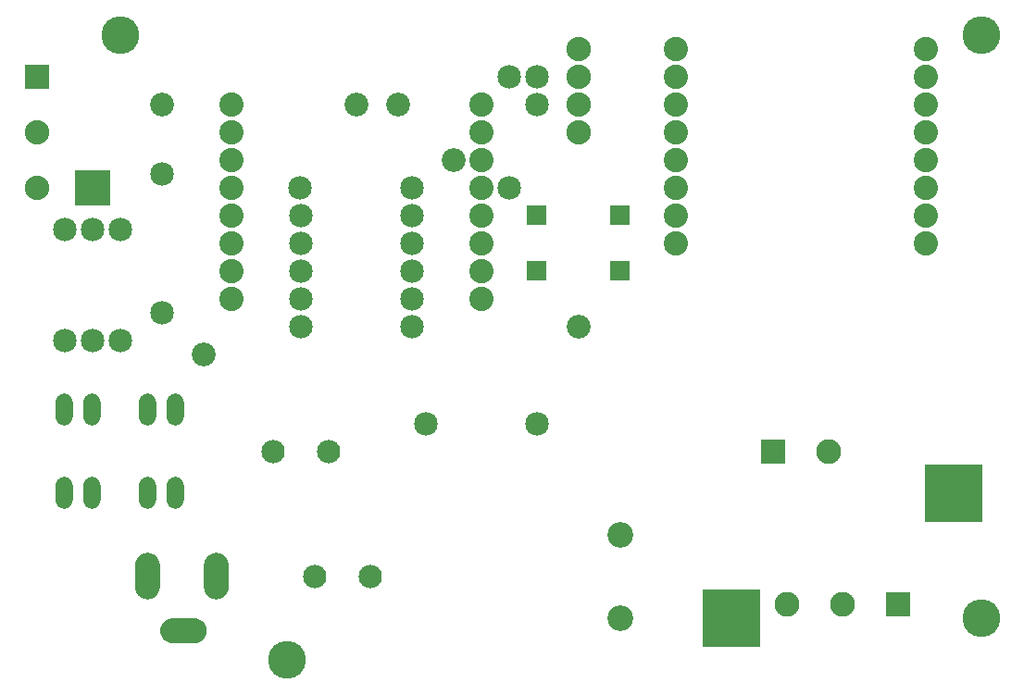
<source format=gts>
G04 MADE WITH FRITZING*
G04 WWW.FRITZING.ORG*
G04 DOUBLE SIDED*
G04 HOLES PLATED*
G04 CONTOUR ON CENTER OF CONTOUR VECTOR*
%ASAXBY*%
%FSLAX23Y23*%
%MOIN*%
%OFA0B0*%
%SFA1.0B1.0*%
%ADD10C,0.085000*%
%ADD11C,0.084803*%
%ADD12C,0.088000*%
%ADD13C,0.088740*%
%ADD14C,0.135984*%
%ADD15C,0.087778*%
%ADD16C,0.084000*%
%ADD17C,0.092000*%
%ADD18C,0.089370*%
%ADD19C,0.062000*%
%ADD20C,0.069370*%
%ADD21C,0.085433*%
%ADD22R,0.128110X0.128110*%
%ADD23R,0.206850X0.206850*%
%ADD24R,0.088000X0.088000*%
%ADD25R,0.089370X0.089370*%
%ADD26C,0.030000*%
%ADD27R,0.001000X0.001000*%
%LNMASK1*%
G90*
G70*
G54D10*
X550Y1886D03*
X550Y1386D03*
X400Y1686D03*
X400Y1286D03*
G54D11*
X1049Y1836D03*
X1050Y1336D03*
X1050Y1436D03*
X1050Y1536D03*
X1050Y1636D03*
X1050Y1736D03*
X1450Y1836D03*
X1450Y1336D03*
X1450Y1436D03*
X1450Y1536D03*
X1450Y1636D03*
X1450Y1736D03*
G54D12*
X100Y2236D03*
X100Y2036D03*
X100Y1836D03*
X2050Y2336D03*
X2050Y2236D03*
X2050Y2136D03*
X2050Y2036D03*
G54D13*
X748Y436D03*
X500Y436D03*
X630Y239D03*
X748Y436D03*
X500Y436D03*
X630Y239D03*
G54D14*
X3500Y2386D03*
X3500Y286D03*
X1000Y136D03*
X400Y2386D03*
G54D10*
X1500Y986D03*
X1900Y986D03*
X1800Y2236D03*
X1800Y1836D03*
X1900Y2236D03*
X1900Y2136D03*
G54D15*
X800Y2136D03*
X800Y2036D03*
X800Y1936D03*
X800Y1836D03*
X800Y1736D03*
X800Y1636D03*
X800Y1536D03*
X800Y1436D03*
X1700Y1436D03*
X1700Y1536D03*
X1700Y1636D03*
X1700Y1736D03*
X1700Y1836D03*
X1700Y1936D03*
X1700Y2036D03*
X1700Y2136D03*
X2400Y2336D03*
X2400Y2236D03*
X2400Y2136D03*
X2400Y2036D03*
X2400Y1936D03*
X2400Y1836D03*
X2400Y1736D03*
X2400Y1636D03*
X3300Y1636D03*
X3300Y1736D03*
X3300Y1836D03*
X3300Y1936D03*
X3300Y2036D03*
X3300Y2136D03*
X3300Y2236D03*
X3300Y2336D03*
G54D16*
X1300Y436D03*
X1100Y436D03*
X1300Y436D03*
X1100Y436D03*
X1150Y886D03*
X950Y886D03*
X1150Y886D03*
X950Y886D03*
G54D17*
X2200Y286D03*
X2200Y586D03*
G54D18*
X2750Y886D03*
X2950Y886D03*
X3200Y336D03*
X3000Y336D03*
X2800Y336D03*
G54D10*
X300Y1686D03*
X300Y1286D03*
X200Y1686D03*
X200Y1286D03*
G54D19*
X500Y736D03*
X600Y736D03*
X600Y1036D03*
X500Y1036D03*
X500Y736D03*
X600Y736D03*
X600Y1036D03*
X500Y1036D03*
X200Y736D03*
X300Y736D03*
X300Y1036D03*
X200Y1036D03*
X200Y736D03*
X300Y736D03*
X300Y1036D03*
X200Y1036D03*
G54D20*
X1900Y1736D03*
X2200Y1736D03*
X1900Y1536D03*
X2200Y1536D03*
X1900Y1736D03*
X2200Y1736D03*
X1900Y1536D03*
X2200Y1536D03*
G54D21*
X1400Y2136D03*
X1250Y2136D03*
X700Y1236D03*
X2050Y1336D03*
X1600Y1936D03*
X550Y2136D03*
G54D22*
X300Y1836D03*
G54D23*
X2600Y286D03*
X3400Y736D03*
G54D24*
X100Y2236D03*
G54D25*
X2750Y886D03*
X3200Y336D03*
G54D26*
G36*
X2169Y317D02*
X2231Y317D01*
X2231Y255D01*
X2169Y255D01*
X2169Y317D01*
G37*
D02*
G54D27*
X1865Y1771D02*
X1933Y1771D01*
X2165Y1771D02*
X2233Y1771D01*
X1865Y1770D02*
X1933Y1770D01*
X2165Y1770D02*
X2233Y1770D01*
X1865Y1769D02*
X1933Y1769D01*
X2165Y1769D02*
X2233Y1769D01*
X1865Y1768D02*
X1933Y1768D01*
X2165Y1768D02*
X2233Y1768D01*
X1865Y1767D02*
X1933Y1767D01*
X2165Y1767D02*
X2233Y1767D01*
X1865Y1766D02*
X1933Y1766D01*
X2165Y1766D02*
X2233Y1766D01*
X1865Y1765D02*
X1933Y1765D01*
X2165Y1765D02*
X2233Y1765D01*
X1865Y1764D02*
X1933Y1764D01*
X2165Y1764D02*
X2233Y1764D01*
X1865Y1763D02*
X1933Y1763D01*
X2165Y1763D02*
X2233Y1763D01*
X1865Y1762D02*
X1933Y1762D01*
X2165Y1762D02*
X2233Y1762D01*
X1865Y1761D02*
X1933Y1761D01*
X2165Y1761D02*
X2233Y1761D01*
X1865Y1760D02*
X1933Y1760D01*
X2165Y1760D02*
X2233Y1760D01*
X1865Y1759D02*
X1933Y1759D01*
X2165Y1759D02*
X2233Y1759D01*
X1865Y1758D02*
X1933Y1758D01*
X2165Y1758D02*
X2233Y1758D01*
X1865Y1757D02*
X1933Y1757D01*
X2165Y1757D02*
X2233Y1757D01*
X1865Y1756D02*
X1933Y1756D01*
X2165Y1756D02*
X2233Y1756D01*
X1865Y1755D02*
X1933Y1755D01*
X2165Y1755D02*
X2233Y1755D01*
X1865Y1754D02*
X1933Y1754D01*
X2165Y1754D02*
X2233Y1754D01*
X1865Y1753D02*
X1933Y1753D01*
X2165Y1753D02*
X2233Y1753D01*
X1865Y1752D02*
X1933Y1752D01*
X2165Y1752D02*
X2233Y1752D01*
X1865Y1751D02*
X1897Y1751D01*
X1901Y1751D02*
X1933Y1751D01*
X2165Y1751D02*
X2197Y1751D01*
X2201Y1751D02*
X2233Y1751D01*
X1865Y1750D02*
X1893Y1750D01*
X1905Y1750D02*
X1933Y1750D01*
X2165Y1750D02*
X2193Y1750D01*
X2205Y1750D02*
X2233Y1750D01*
X1865Y1749D02*
X1891Y1749D01*
X1907Y1749D02*
X1933Y1749D01*
X2165Y1749D02*
X2191Y1749D01*
X2207Y1749D02*
X2233Y1749D01*
X1865Y1748D02*
X1890Y1748D01*
X1909Y1748D02*
X1933Y1748D01*
X2165Y1748D02*
X2190Y1748D01*
X2209Y1748D02*
X2233Y1748D01*
X1865Y1747D02*
X1888Y1747D01*
X1910Y1747D02*
X1933Y1747D01*
X2165Y1747D02*
X2188Y1747D01*
X2210Y1747D02*
X2233Y1747D01*
X1865Y1746D02*
X1887Y1746D01*
X1911Y1746D02*
X1933Y1746D01*
X2165Y1746D02*
X2187Y1746D01*
X2211Y1746D02*
X2233Y1746D01*
X1865Y1745D02*
X1887Y1745D01*
X1912Y1745D02*
X1933Y1745D01*
X2165Y1745D02*
X2187Y1745D01*
X2212Y1745D02*
X2233Y1745D01*
X1865Y1744D02*
X1886Y1744D01*
X1912Y1744D02*
X1933Y1744D01*
X2165Y1744D02*
X2186Y1744D01*
X2212Y1744D02*
X2233Y1744D01*
X1865Y1743D02*
X1885Y1743D01*
X1913Y1743D02*
X1933Y1743D01*
X2165Y1743D02*
X2185Y1743D01*
X2213Y1743D02*
X2233Y1743D01*
X1865Y1742D02*
X1885Y1742D01*
X1913Y1742D02*
X1933Y1742D01*
X2165Y1742D02*
X2185Y1742D01*
X2213Y1742D02*
X2233Y1742D01*
X1865Y1741D02*
X1885Y1741D01*
X1914Y1741D02*
X1933Y1741D01*
X2165Y1741D02*
X2185Y1741D01*
X2214Y1741D02*
X2233Y1741D01*
X1865Y1740D02*
X1884Y1740D01*
X1914Y1740D02*
X1933Y1740D01*
X2165Y1740D02*
X2184Y1740D01*
X2214Y1740D02*
X2233Y1740D01*
X1865Y1739D02*
X1884Y1739D01*
X1914Y1739D02*
X1933Y1739D01*
X2165Y1739D02*
X2184Y1739D01*
X2214Y1739D02*
X2233Y1739D01*
X1865Y1738D02*
X1884Y1738D01*
X1914Y1738D02*
X1933Y1738D01*
X2165Y1738D02*
X2184Y1738D01*
X2214Y1738D02*
X2233Y1738D01*
X1865Y1737D02*
X1884Y1737D01*
X1914Y1737D02*
X1933Y1737D01*
X2165Y1737D02*
X2184Y1737D01*
X2214Y1737D02*
X2233Y1737D01*
X1865Y1736D02*
X1884Y1736D01*
X1914Y1736D02*
X1933Y1736D01*
X2165Y1736D02*
X2184Y1736D01*
X2214Y1736D02*
X2233Y1736D01*
X1865Y1735D02*
X1884Y1735D01*
X1914Y1735D02*
X1933Y1735D01*
X2165Y1735D02*
X2184Y1735D01*
X2214Y1735D02*
X2233Y1735D01*
X1865Y1734D02*
X1884Y1734D01*
X1914Y1734D02*
X1933Y1734D01*
X2165Y1734D02*
X2184Y1734D01*
X2214Y1734D02*
X2233Y1734D01*
X1865Y1733D02*
X1884Y1733D01*
X1914Y1733D02*
X1933Y1733D01*
X2165Y1733D02*
X2184Y1733D01*
X2214Y1733D02*
X2233Y1733D01*
X1865Y1732D02*
X1885Y1732D01*
X1914Y1732D02*
X1933Y1732D01*
X2165Y1732D02*
X2185Y1732D01*
X2214Y1732D02*
X2233Y1732D01*
X1865Y1731D02*
X1885Y1731D01*
X1913Y1731D02*
X1933Y1731D01*
X2165Y1731D02*
X2185Y1731D01*
X2213Y1731D02*
X2233Y1731D01*
X1865Y1730D02*
X1885Y1730D01*
X1913Y1730D02*
X1933Y1730D01*
X2165Y1730D02*
X2185Y1730D01*
X2213Y1730D02*
X2233Y1730D01*
X1865Y1729D02*
X1886Y1729D01*
X1912Y1729D02*
X1933Y1729D01*
X2165Y1729D02*
X2186Y1729D01*
X2212Y1729D02*
X2233Y1729D01*
X1865Y1728D02*
X1887Y1728D01*
X1912Y1728D02*
X1933Y1728D01*
X2165Y1728D02*
X2187Y1728D01*
X2212Y1728D02*
X2233Y1728D01*
X1865Y1727D02*
X1887Y1727D01*
X1911Y1727D02*
X1933Y1727D01*
X2165Y1727D02*
X2187Y1727D01*
X2211Y1727D02*
X2233Y1727D01*
X1865Y1726D02*
X1888Y1726D01*
X1910Y1726D02*
X1933Y1726D01*
X2165Y1726D02*
X2188Y1726D01*
X2210Y1726D02*
X2233Y1726D01*
X1865Y1725D02*
X1889Y1725D01*
X1909Y1725D02*
X1933Y1725D01*
X2165Y1725D02*
X2189Y1725D01*
X2209Y1725D02*
X2233Y1725D01*
X1865Y1724D02*
X1891Y1724D01*
X1907Y1724D02*
X1933Y1724D01*
X2165Y1724D02*
X2191Y1724D01*
X2207Y1724D02*
X2233Y1724D01*
X1865Y1723D02*
X1893Y1723D01*
X1906Y1723D02*
X1933Y1723D01*
X2165Y1723D02*
X2193Y1723D01*
X2206Y1723D02*
X2233Y1723D01*
X1865Y1722D02*
X1896Y1722D01*
X1902Y1722D02*
X1933Y1722D01*
X2165Y1722D02*
X2196Y1722D01*
X2202Y1722D02*
X2233Y1722D01*
X1865Y1721D02*
X1933Y1721D01*
X2165Y1721D02*
X2233Y1721D01*
X1865Y1720D02*
X1933Y1720D01*
X2165Y1720D02*
X2233Y1720D01*
X1865Y1719D02*
X1933Y1719D01*
X2165Y1719D02*
X2233Y1719D01*
X1865Y1718D02*
X1933Y1718D01*
X2165Y1718D02*
X2233Y1718D01*
X1865Y1717D02*
X1933Y1717D01*
X2165Y1717D02*
X2233Y1717D01*
X1865Y1716D02*
X1933Y1716D01*
X2165Y1716D02*
X2233Y1716D01*
X1865Y1715D02*
X1933Y1715D01*
X2165Y1715D02*
X2233Y1715D01*
X1865Y1714D02*
X1933Y1714D01*
X2165Y1714D02*
X2233Y1714D01*
X1865Y1713D02*
X1933Y1713D01*
X2165Y1713D02*
X2233Y1713D01*
X1865Y1712D02*
X1933Y1712D01*
X2165Y1712D02*
X2233Y1712D01*
X1865Y1711D02*
X1933Y1711D01*
X2165Y1711D02*
X2233Y1711D01*
X1865Y1710D02*
X1933Y1710D01*
X2165Y1710D02*
X2233Y1710D01*
X1865Y1709D02*
X1933Y1709D01*
X2165Y1709D02*
X2233Y1709D01*
X1865Y1708D02*
X1933Y1708D01*
X2165Y1708D02*
X2233Y1708D01*
X1865Y1707D02*
X1933Y1707D01*
X2165Y1707D02*
X2233Y1707D01*
X1865Y1706D02*
X1933Y1706D01*
X2165Y1706D02*
X2233Y1706D01*
X1865Y1705D02*
X1933Y1705D01*
X2165Y1705D02*
X2233Y1705D01*
X1865Y1704D02*
X1933Y1704D01*
X2165Y1704D02*
X2233Y1704D01*
X1865Y1703D02*
X1933Y1703D01*
X2165Y1703D02*
X2233Y1703D01*
X1865Y1702D02*
X1933Y1702D01*
X2165Y1702D02*
X2233Y1702D01*
X1865Y1571D02*
X1933Y1571D01*
X2165Y1571D02*
X2233Y1571D01*
X1865Y1570D02*
X1933Y1570D01*
X2165Y1570D02*
X2233Y1570D01*
X1865Y1569D02*
X1933Y1569D01*
X2165Y1569D02*
X2233Y1569D01*
X1865Y1568D02*
X1933Y1568D01*
X2165Y1568D02*
X2233Y1568D01*
X1865Y1567D02*
X1933Y1567D01*
X2165Y1567D02*
X2233Y1567D01*
X1865Y1566D02*
X1933Y1566D01*
X2165Y1566D02*
X2233Y1566D01*
X1865Y1565D02*
X1933Y1565D01*
X2165Y1565D02*
X2233Y1565D01*
X1865Y1564D02*
X1933Y1564D01*
X2165Y1564D02*
X2233Y1564D01*
X1865Y1563D02*
X1933Y1563D01*
X2165Y1563D02*
X2233Y1563D01*
X1865Y1562D02*
X1933Y1562D01*
X2165Y1562D02*
X2233Y1562D01*
X1865Y1561D02*
X1933Y1561D01*
X2165Y1561D02*
X2233Y1561D01*
X1865Y1560D02*
X1933Y1560D01*
X2165Y1560D02*
X2233Y1560D01*
X1865Y1559D02*
X1933Y1559D01*
X2165Y1559D02*
X2233Y1559D01*
X1865Y1558D02*
X1933Y1558D01*
X2165Y1558D02*
X2233Y1558D01*
X1865Y1557D02*
X1933Y1557D01*
X2165Y1557D02*
X2233Y1557D01*
X1865Y1556D02*
X1933Y1556D01*
X2165Y1556D02*
X2233Y1556D01*
X1865Y1555D02*
X1933Y1555D01*
X2165Y1555D02*
X2233Y1555D01*
X1865Y1554D02*
X1933Y1554D01*
X2165Y1554D02*
X2233Y1554D01*
X1865Y1553D02*
X1933Y1553D01*
X2165Y1553D02*
X2233Y1553D01*
X1865Y1552D02*
X1933Y1552D01*
X2165Y1552D02*
X2233Y1552D01*
X1865Y1551D02*
X1897Y1551D01*
X1901Y1551D02*
X1933Y1551D01*
X2165Y1551D02*
X2197Y1551D01*
X2201Y1551D02*
X2233Y1551D01*
X1865Y1550D02*
X1893Y1550D01*
X1905Y1550D02*
X1933Y1550D01*
X2165Y1550D02*
X2193Y1550D01*
X2205Y1550D02*
X2233Y1550D01*
X1865Y1549D02*
X1891Y1549D01*
X1907Y1549D02*
X1933Y1549D01*
X2165Y1549D02*
X2191Y1549D01*
X2207Y1549D02*
X2233Y1549D01*
X1865Y1548D02*
X1890Y1548D01*
X1909Y1548D02*
X1933Y1548D01*
X2165Y1548D02*
X2190Y1548D01*
X2209Y1548D02*
X2233Y1548D01*
X1865Y1547D02*
X1888Y1547D01*
X1910Y1547D02*
X1933Y1547D01*
X2165Y1547D02*
X2188Y1547D01*
X2210Y1547D02*
X2233Y1547D01*
X1865Y1546D02*
X1887Y1546D01*
X1911Y1546D02*
X1933Y1546D01*
X2165Y1546D02*
X2187Y1546D01*
X2211Y1546D02*
X2233Y1546D01*
X1865Y1545D02*
X1887Y1545D01*
X1912Y1545D02*
X1933Y1545D01*
X2165Y1545D02*
X2187Y1545D01*
X2212Y1545D02*
X2233Y1545D01*
X1865Y1544D02*
X1886Y1544D01*
X1912Y1544D02*
X1933Y1544D01*
X2165Y1544D02*
X2186Y1544D01*
X2212Y1544D02*
X2233Y1544D01*
X1865Y1543D02*
X1885Y1543D01*
X1913Y1543D02*
X1933Y1543D01*
X2165Y1543D02*
X2185Y1543D01*
X2213Y1543D02*
X2233Y1543D01*
X1865Y1542D02*
X1885Y1542D01*
X1913Y1542D02*
X1933Y1542D01*
X2165Y1542D02*
X2185Y1542D01*
X2213Y1542D02*
X2233Y1542D01*
X1865Y1541D02*
X1885Y1541D01*
X1914Y1541D02*
X1933Y1541D01*
X2165Y1541D02*
X2185Y1541D01*
X2214Y1541D02*
X2233Y1541D01*
X1865Y1540D02*
X1884Y1540D01*
X1914Y1540D02*
X1933Y1540D01*
X2165Y1540D02*
X2184Y1540D01*
X2214Y1540D02*
X2233Y1540D01*
X1865Y1539D02*
X1884Y1539D01*
X1914Y1539D02*
X1933Y1539D01*
X2165Y1539D02*
X2184Y1539D01*
X2214Y1539D02*
X2233Y1539D01*
X1865Y1538D02*
X1884Y1538D01*
X1914Y1538D02*
X1933Y1538D01*
X2165Y1538D02*
X2184Y1538D01*
X2214Y1538D02*
X2233Y1538D01*
X1865Y1537D02*
X1884Y1537D01*
X1914Y1537D02*
X1933Y1537D01*
X2165Y1537D02*
X2184Y1537D01*
X2214Y1537D02*
X2233Y1537D01*
X1865Y1536D02*
X1884Y1536D01*
X1914Y1536D02*
X1933Y1536D01*
X2165Y1536D02*
X2184Y1536D01*
X2214Y1536D02*
X2233Y1536D01*
X1865Y1535D02*
X1884Y1535D01*
X1914Y1535D02*
X1933Y1535D01*
X2165Y1535D02*
X2184Y1535D01*
X2214Y1535D02*
X2233Y1535D01*
X1865Y1534D02*
X1884Y1534D01*
X1914Y1534D02*
X1933Y1534D01*
X2165Y1534D02*
X2184Y1534D01*
X2214Y1534D02*
X2233Y1534D01*
X1865Y1533D02*
X1884Y1533D01*
X1914Y1533D02*
X1933Y1533D01*
X2165Y1533D02*
X2184Y1533D01*
X2214Y1533D02*
X2233Y1533D01*
X1865Y1532D02*
X1885Y1532D01*
X1914Y1532D02*
X1933Y1532D01*
X2165Y1532D02*
X2185Y1532D01*
X2214Y1532D02*
X2233Y1532D01*
X1865Y1531D02*
X1885Y1531D01*
X1913Y1531D02*
X1933Y1531D01*
X2165Y1531D02*
X2185Y1531D01*
X2213Y1531D02*
X2233Y1531D01*
X1865Y1530D02*
X1885Y1530D01*
X1913Y1530D02*
X1933Y1530D01*
X2165Y1530D02*
X2185Y1530D01*
X2213Y1530D02*
X2233Y1530D01*
X1865Y1529D02*
X1886Y1529D01*
X1912Y1529D02*
X1933Y1529D01*
X2165Y1529D02*
X2186Y1529D01*
X2212Y1529D02*
X2233Y1529D01*
X1865Y1528D02*
X1887Y1528D01*
X1912Y1528D02*
X1933Y1528D01*
X2165Y1528D02*
X2187Y1528D01*
X2212Y1528D02*
X2233Y1528D01*
X1865Y1527D02*
X1887Y1527D01*
X1911Y1527D02*
X1933Y1527D01*
X2165Y1527D02*
X2187Y1527D01*
X2211Y1527D02*
X2233Y1527D01*
X1865Y1526D02*
X1888Y1526D01*
X1910Y1526D02*
X1933Y1526D01*
X2165Y1526D02*
X2188Y1526D01*
X2210Y1526D02*
X2233Y1526D01*
X1865Y1525D02*
X1889Y1525D01*
X1909Y1525D02*
X1933Y1525D01*
X2165Y1525D02*
X2189Y1525D01*
X2209Y1525D02*
X2233Y1525D01*
X1865Y1524D02*
X1891Y1524D01*
X1907Y1524D02*
X1933Y1524D01*
X2165Y1524D02*
X2191Y1524D01*
X2207Y1524D02*
X2233Y1524D01*
X1865Y1523D02*
X1893Y1523D01*
X1906Y1523D02*
X1933Y1523D01*
X2165Y1523D02*
X2193Y1523D01*
X2206Y1523D02*
X2233Y1523D01*
X1865Y1522D02*
X1896Y1522D01*
X1902Y1522D02*
X1933Y1522D01*
X2165Y1522D02*
X2196Y1522D01*
X2202Y1522D02*
X2233Y1522D01*
X1865Y1521D02*
X1933Y1521D01*
X2165Y1521D02*
X2233Y1521D01*
X1865Y1520D02*
X1933Y1520D01*
X2165Y1520D02*
X2233Y1520D01*
X1865Y1519D02*
X1933Y1519D01*
X2165Y1519D02*
X2233Y1519D01*
X1865Y1518D02*
X1933Y1518D01*
X2165Y1518D02*
X2233Y1518D01*
X1865Y1517D02*
X1933Y1517D01*
X2165Y1517D02*
X2233Y1517D01*
X1865Y1516D02*
X1933Y1516D01*
X2165Y1516D02*
X2233Y1516D01*
X1865Y1515D02*
X1933Y1515D01*
X2165Y1515D02*
X2233Y1515D01*
X1865Y1514D02*
X1933Y1514D01*
X2165Y1514D02*
X2233Y1514D01*
X1865Y1513D02*
X1933Y1513D01*
X2165Y1513D02*
X2233Y1513D01*
X1865Y1512D02*
X1933Y1512D01*
X2165Y1512D02*
X2233Y1512D01*
X1865Y1511D02*
X1933Y1511D01*
X2165Y1511D02*
X2233Y1511D01*
X1865Y1510D02*
X1933Y1510D01*
X2165Y1510D02*
X2233Y1510D01*
X1865Y1509D02*
X1933Y1509D01*
X2165Y1509D02*
X2233Y1509D01*
X1865Y1508D02*
X1933Y1508D01*
X2165Y1508D02*
X2233Y1508D01*
X1865Y1507D02*
X1933Y1507D01*
X2165Y1507D02*
X2233Y1507D01*
X1865Y1506D02*
X1933Y1506D01*
X2165Y1506D02*
X2233Y1506D01*
X1865Y1505D02*
X1933Y1505D01*
X2165Y1505D02*
X2233Y1505D01*
X1865Y1504D02*
X1933Y1504D01*
X2165Y1504D02*
X2233Y1504D01*
X1865Y1503D02*
X1933Y1503D01*
X2165Y1503D02*
X2233Y1503D01*
X1865Y1502D02*
X1933Y1502D01*
X2165Y1502D02*
X2233Y1502D01*
X195Y1093D02*
X204Y1093D01*
X295Y1093D02*
X304Y1093D01*
X495Y1093D02*
X504Y1093D01*
X595Y1093D02*
X604Y1093D01*
X190Y1092D02*
X208Y1092D01*
X290Y1092D02*
X308Y1092D01*
X490Y1092D02*
X508Y1092D01*
X590Y1092D02*
X608Y1092D01*
X188Y1091D02*
X210Y1091D01*
X288Y1091D02*
X310Y1091D01*
X488Y1091D02*
X510Y1091D01*
X588Y1091D02*
X610Y1091D01*
X186Y1090D02*
X213Y1090D01*
X286Y1090D02*
X313Y1090D01*
X486Y1090D02*
X513Y1090D01*
X586Y1090D02*
X613Y1090D01*
X184Y1089D02*
X214Y1089D01*
X284Y1089D02*
X314Y1089D01*
X484Y1089D02*
X514Y1089D01*
X584Y1089D02*
X614Y1089D01*
X182Y1088D02*
X216Y1088D01*
X282Y1088D02*
X316Y1088D01*
X482Y1088D02*
X516Y1088D01*
X582Y1088D02*
X616Y1088D01*
X181Y1087D02*
X217Y1087D01*
X281Y1087D02*
X317Y1087D01*
X481Y1087D02*
X517Y1087D01*
X581Y1087D02*
X617Y1087D01*
X179Y1086D02*
X219Y1086D01*
X279Y1086D02*
X319Y1086D01*
X479Y1086D02*
X519Y1086D01*
X579Y1086D02*
X619Y1086D01*
X178Y1085D02*
X220Y1085D01*
X278Y1085D02*
X320Y1085D01*
X478Y1085D02*
X520Y1085D01*
X578Y1085D02*
X620Y1085D01*
X177Y1084D02*
X221Y1084D01*
X277Y1084D02*
X321Y1084D01*
X477Y1084D02*
X521Y1084D01*
X577Y1084D02*
X621Y1084D01*
X176Y1083D02*
X222Y1083D01*
X276Y1083D02*
X322Y1083D01*
X476Y1083D02*
X522Y1083D01*
X576Y1083D02*
X622Y1083D01*
X176Y1082D02*
X223Y1082D01*
X276Y1082D02*
X323Y1082D01*
X476Y1082D02*
X523Y1082D01*
X576Y1082D02*
X623Y1082D01*
X175Y1081D02*
X223Y1081D01*
X275Y1081D02*
X323Y1081D01*
X475Y1081D02*
X523Y1081D01*
X575Y1081D02*
X623Y1081D01*
X174Y1080D02*
X224Y1080D01*
X274Y1080D02*
X324Y1080D01*
X474Y1080D02*
X524Y1080D01*
X574Y1080D02*
X624Y1080D01*
X173Y1079D02*
X225Y1079D01*
X273Y1079D02*
X325Y1079D01*
X473Y1079D02*
X525Y1079D01*
X573Y1079D02*
X625Y1079D01*
X173Y1078D02*
X225Y1078D01*
X273Y1078D02*
X325Y1078D01*
X473Y1078D02*
X525Y1078D01*
X573Y1078D02*
X625Y1078D01*
X172Y1077D02*
X226Y1077D01*
X272Y1077D02*
X326Y1077D01*
X472Y1077D02*
X526Y1077D01*
X572Y1077D02*
X626Y1077D01*
X172Y1076D02*
X226Y1076D01*
X272Y1076D02*
X326Y1076D01*
X472Y1076D02*
X526Y1076D01*
X572Y1076D02*
X626Y1076D01*
X171Y1075D02*
X227Y1075D01*
X271Y1075D02*
X327Y1075D01*
X471Y1075D02*
X527Y1075D01*
X571Y1075D02*
X627Y1075D01*
X171Y1074D02*
X227Y1074D01*
X271Y1074D02*
X327Y1074D01*
X471Y1074D02*
X527Y1074D01*
X571Y1074D02*
X627Y1074D01*
X171Y1073D02*
X228Y1073D01*
X271Y1073D02*
X328Y1073D01*
X471Y1073D02*
X528Y1073D01*
X571Y1073D02*
X628Y1073D01*
X170Y1072D02*
X228Y1072D01*
X270Y1072D02*
X328Y1072D01*
X470Y1072D02*
X528Y1072D01*
X570Y1072D02*
X628Y1072D01*
X170Y1071D02*
X228Y1071D01*
X270Y1071D02*
X328Y1071D01*
X470Y1071D02*
X528Y1071D01*
X570Y1071D02*
X628Y1071D01*
X170Y1070D02*
X229Y1070D01*
X270Y1070D02*
X329Y1070D01*
X470Y1070D02*
X529Y1070D01*
X570Y1070D02*
X629Y1070D01*
X169Y1069D02*
X229Y1069D01*
X269Y1069D02*
X329Y1069D01*
X469Y1069D02*
X529Y1069D01*
X569Y1069D02*
X629Y1069D01*
X169Y1068D02*
X229Y1068D01*
X269Y1068D02*
X329Y1068D01*
X469Y1068D02*
X529Y1068D01*
X569Y1068D02*
X629Y1068D01*
X169Y1067D02*
X229Y1067D01*
X269Y1067D02*
X329Y1067D01*
X469Y1067D02*
X529Y1067D01*
X569Y1067D02*
X629Y1067D01*
X169Y1066D02*
X229Y1066D01*
X269Y1066D02*
X329Y1066D01*
X469Y1066D02*
X529Y1066D01*
X569Y1066D02*
X629Y1066D01*
X169Y1065D02*
X229Y1065D01*
X269Y1065D02*
X329Y1065D01*
X469Y1065D02*
X529Y1065D01*
X569Y1065D02*
X629Y1065D01*
X169Y1064D02*
X230Y1064D01*
X269Y1064D02*
X330Y1064D01*
X469Y1064D02*
X530Y1064D01*
X569Y1064D02*
X630Y1064D01*
X169Y1063D02*
X230Y1063D01*
X269Y1063D02*
X330Y1063D01*
X469Y1063D02*
X530Y1063D01*
X569Y1063D02*
X630Y1063D01*
X169Y1062D02*
X230Y1062D01*
X269Y1062D02*
X330Y1062D01*
X469Y1062D02*
X530Y1062D01*
X569Y1062D02*
X630Y1062D01*
X169Y1061D02*
X230Y1061D01*
X269Y1061D02*
X330Y1061D01*
X469Y1061D02*
X530Y1061D01*
X569Y1061D02*
X630Y1061D01*
X169Y1060D02*
X230Y1060D01*
X269Y1060D02*
X330Y1060D01*
X469Y1060D02*
X530Y1060D01*
X569Y1060D02*
X630Y1060D01*
X169Y1059D02*
X230Y1059D01*
X269Y1059D02*
X330Y1059D01*
X469Y1059D02*
X530Y1059D01*
X569Y1059D02*
X630Y1059D01*
X169Y1058D02*
X230Y1058D01*
X269Y1058D02*
X330Y1058D01*
X469Y1058D02*
X530Y1058D01*
X569Y1058D02*
X630Y1058D01*
X169Y1057D02*
X230Y1057D01*
X269Y1057D02*
X330Y1057D01*
X469Y1057D02*
X530Y1057D01*
X569Y1057D02*
X630Y1057D01*
X169Y1056D02*
X230Y1056D01*
X269Y1056D02*
X330Y1056D01*
X469Y1056D02*
X530Y1056D01*
X569Y1056D02*
X630Y1056D01*
X169Y1055D02*
X230Y1055D01*
X269Y1055D02*
X330Y1055D01*
X469Y1055D02*
X530Y1055D01*
X569Y1055D02*
X630Y1055D01*
X169Y1054D02*
X230Y1054D01*
X269Y1054D02*
X330Y1054D01*
X469Y1054D02*
X530Y1054D01*
X569Y1054D02*
X630Y1054D01*
X169Y1053D02*
X230Y1053D01*
X269Y1053D02*
X330Y1053D01*
X469Y1053D02*
X530Y1053D01*
X569Y1053D02*
X630Y1053D01*
X169Y1052D02*
X230Y1052D01*
X269Y1052D02*
X330Y1052D01*
X469Y1052D02*
X530Y1052D01*
X569Y1052D02*
X630Y1052D01*
X169Y1051D02*
X230Y1051D01*
X269Y1051D02*
X330Y1051D01*
X469Y1051D02*
X530Y1051D01*
X569Y1051D02*
X630Y1051D01*
X169Y1050D02*
X230Y1050D01*
X269Y1050D02*
X330Y1050D01*
X469Y1050D02*
X530Y1050D01*
X569Y1050D02*
X630Y1050D01*
X169Y1049D02*
X230Y1049D01*
X269Y1049D02*
X330Y1049D01*
X469Y1049D02*
X530Y1049D01*
X569Y1049D02*
X630Y1049D01*
X169Y1048D02*
X230Y1048D01*
X269Y1048D02*
X330Y1048D01*
X469Y1048D02*
X530Y1048D01*
X569Y1048D02*
X630Y1048D01*
X169Y1047D02*
X195Y1047D01*
X203Y1047D02*
X230Y1047D01*
X269Y1047D02*
X295Y1047D01*
X303Y1047D02*
X330Y1047D01*
X469Y1047D02*
X495Y1047D01*
X503Y1047D02*
X530Y1047D01*
X569Y1047D02*
X595Y1047D01*
X603Y1047D02*
X630Y1047D01*
X169Y1046D02*
X193Y1046D01*
X205Y1046D02*
X230Y1046D01*
X269Y1046D02*
X293Y1046D01*
X305Y1046D02*
X330Y1046D01*
X469Y1046D02*
X493Y1046D01*
X505Y1046D02*
X530Y1046D01*
X569Y1046D02*
X593Y1046D01*
X605Y1046D02*
X630Y1046D01*
X169Y1045D02*
X192Y1045D01*
X207Y1045D02*
X230Y1045D01*
X269Y1045D02*
X292Y1045D01*
X307Y1045D02*
X330Y1045D01*
X469Y1045D02*
X492Y1045D01*
X507Y1045D02*
X530Y1045D01*
X569Y1045D02*
X592Y1045D01*
X607Y1045D02*
X630Y1045D01*
X169Y1044D02*
X191Y1044D01*
X208Y1044D02*
X230Y1044D01*
X269Y1044D02*
X291Y1044D01*
X308Y1044D02*
X330Y1044D01*
X469Y1044D02*
X491Y1044D01*
X508Y1044D02*
X530Y1044D01*
X569Y1044D02*
X591Y1044D01*
X608Y1044D02*
X630Y1044D01*
X169Y1043D02*
X190Y1043D01*
X208Y1043D02*
X230Y1043D01*
X269Y1043D02*
X290Y1043D01*
X308Y1043D02*
X330Y1043D01*
X469Y1043D02*
X490Y1043D01*
X508Y1043D02*
X530Y1043D01*
X569Y1043D02*
X590Y1043D01*
X608Y1043D02*
X630Y1043D01*
X169Y1042D02*
X189Y1042D01*
X209Y1042D02*
X230Y1042D01*
X269Y1042D02*
X289Y1042D01*
X309Y1042D02*
X330Y1042D01*
X469Y1042D02*
X489Y1042D01*
X509Y1042D02*
X530Y1042D01*
X569Y1042D02*
X589Y1042D01*
X609Y1042D02*
X630Y1042D01*
X169Y1041D02*
X189Y1041D01*
X210Y1041D02*
X230Y1041D01*
X269Y1041D02*
X289Y1041D01*
X310Y1041D02*
X330Y1041D01*
X469Y1041D02*
X489Y1041D01*
X510Y1041D02*
X530Y1041D01*
X569Y1041D02*
X589Y1041D01*
X610Y1041D02*
X630Y1041D01*
X169Y1040D02*
X188Y1040D01*
X210Y1040D02*
X230Y1040D01*
X269Y1040D02*
X288Y1040D01*
X310Y1040D02*
X330Y1040D01*
X469Y1040D02*
X488Y1040D01*
X510Y1040D02*
X530Y1040D01*
X569Y1040D02*
X588Y1040D01*
X610Y1040D02*
X630Y1040D01*
X169Y1039D02*
X188Y1039D01*
X210Y1039D02*
X230Y1039D01*
X269Y1039D02*
X288Y1039D01*
X310Y1039D02*
X330Y1039D01*
X469Y1039D02*
X488Y1039D01*
X510Y1039D02*
X530Y1039D01*
X569Y1039D02*
X588Y1039D01*
X610Y1039D02*
X630Y1039D01*
X169Y1038D02*
X188Y1038D01*
X210Y1038D02*
X230Y1038D01*
X269Y1038D02*
X288Y1038D01*
X310Y1038D02*
X330Y1038D01*
X469Y1038D02*
X488Y1038D01*
X510Y1038D02*
X530Y1038D01*
X569Y1038D02*
X588Y1038D01*
X610Y1038D02*
X630Y1038D01*
X169Y1037D02*
X188Y1037D01*
X211Y1037D02*
X230Y1037D01*
X269Y1037D02*
X288Y1037D01*
X311Y1037D02*
X330Y1037D01*
X469Y1037D02*
X488Y1037D01*
X511Y1037D02*
X530Y1037D01*
X569Y1037D02*
X588Y1037D01*
X611Y1037D02*
X630Y1037D01*
X169Y1036D02*
X188Y1036D01*
X211Y1036D02*
X230Y1036D01*
X269Y1036D02*
X288Y1036D01*
X311Y1036D02*
X330Y1036D01*
X469Y1036D02*
X488Y1036D01*
X511Y1036D02*
X530Y1036D01*
X569Y1036D02*
X588Y1036D01*
X611Y1036D02*
X630Y1036D01*
X169Y1035D02*
X188Y1035D01*
X210Y1035D02*
X230Y1035D01*
X269Y1035D02*
X288Y1035D01*
X310Y1035D02*
X330Y1035D01*
X469Y1035D02*
X488Y1035D01*
X510Y1035D02*
X530Y1035D01*
X569Y1035D02*
X588Y1035D01*
X610Y1035D02*
X630Y1035D01*
X169Y1034D02*
X188Y1034D01*
X210Y1034D02*
X230Y1034D01*
X269Y1034D02*
X288Y1034D01*
X310Y1034D02*
X330Y1034D01*
X469Y1034D02*
X488Y1034D01*
X510Y1034D02*
X530Y1034D01*
X569Y1034D02*
X588Y1034D01*
X610Y1034D02*
X630Y1034D01*
X169Y1033D02*
X188Y1033D01*
X210Y1033D02*
X230Y1033D01*
X269Y1033D02*
X288Y1033D01*
X310Y1033D02*
X330Y1033D01*
X469Y1033D02*
X488Y1033D01*
X510Y1033D02*
X530Y1033D01*
X569Y1033D02*
X588Y1033D01*
X610Y1033D02*
X630Y1033D01*
X169Y1032D02*
X189Y1032D01*
X210Y1032D02*
X230Y1032D01*
X269Y1032D02*
X289Y1032D01*
X310Y1032D02*
X330Y1032D01*
X469Y1032D02*
X488Y1032D01*
X510Y1032D02*
X530Y1032D01*
X569Y1032D02*
X588Y1032D01*
X610Y1032D02*
X630Y1032D01*
X169Y1031D02*
X189Y1031D01*
X209Y1031D02*
X230Y1031D01*
X269Y1031D02*
X289Y1031D01*
X309Y1031D02*
X330Y1031D01*
X469Y1031D02*
X489Y1031D01*
X509Y1031D02*
X530Y1031D01*
X569Y1031D02*
X589Y1031D01*
X609Y1031D02*
X630Y1031D01*
X169Y1030D02*
X190Y1030D01*
X209Y1030D02*
X230Y1030D01*
X269Y1030D02*
X290Y1030D01*
X309Y1030D02*
X330Y1030D01*
X469Y1030D02*
X490Y1030D01*
X509Y1030D02*
X530Y1030D01*
X569Y1030D02*
X590Y1030D01*
X609Y1030D02*
X630Y1030D01*
X169Y1029D02*
X191Y1029D01*
X208Y1029D02*
X230Y1029D01*
X269Y1029D02*
X291Y1029D01*
X308Y1029D02*
X330Y1029D01*
X469Y1029D02*
X491Y1029D01*
X508Y1029D02*
X530Y1029D01*
X569Y1029D02*
X591Y1029D01*
X608Y1029D02*
X630Y1029D01*
X169Y1028D02*
X192Y1028D01*
X207Y1028D02*
X230Y1028D01*
X269Y1028D02*
X292Y1028D01*
X307Y1028D02*
X330Y1028D01*
X469Y1028D02*
X492Y1028D01*
X507Y1028D02*
X530Y1028D01*
X569Y1028D02*
X592Y1028D01*
X607Y1028D02*
X630Y1028D01*
X169Y1027D02*
X193Y1027D01*
X205Y1027D02*
X230Y1027D01*
X269Y1027D02*
X293Y1027D01*
X305Y1027D02*
X330Y1027D01*
X469Y1027D02*
X493Y1027D01*
X505Y1027D02*
X530Y1027D01*
X569Y1027D02*
X593Y1027D01*
X605Y1027D02*
X630Y1027D01*
X169Y1026D02*
X195Y1026D01*
X203Y1026D02*
X230Y1026D01*
X269Y1026D02*
X295Y1026D01*
X303Y1026D02*
X330Y1026D01*
X469Y1026D02*
X495Y1026D01*
X503Y1026D02*
X530Y1026D01*
X569Y1026D02*
X595Y1026D01*
X603Y1026D02*
X630Y1026D01*
X169Y1025D02*
X230Y1025D01*
X269Y1025D02*
X330Y1025D01*
X469Y1025D02*
X530Y1025D01*
X569Y1025D02*
X630Y1025D01*
X169Y1024D02*
X230Y1024D01*
X269Y1024D02*
X330Y1024D01*
X469Y1024D02*
X530Y1024D01*
X569Y1024D02*
X630Y1024D01*
X169Y1023D02*
X230Y1023D01*
X269Y1023D02*
X330Y1023D01*
X469Y1023D02*
X530Y1023D01*
X569Y1023D02*
X630Y1023D01*
X169Y1022D02*
X230Y1022D01*
X269Y1022D02*
X330Y1022D01*
X469Y1022D02*
X530Y1022D01*
X569Y1022D02*
X630Y1022D01*
X169Y1021D02*
X230Y1021D01*
X269Y1021D02*
X330Y1021D01*
X469Y1021D02*
X530Y1021D01*
X569Y1021D02*
X630Y1021D01*
X169Y1020D02*
X230Y1020D01*
X269Y1020D02*
X330Y1020D01*
X469Y1020D02*
X530Y1020D01*
X569Y1020D02*
X630Y1020D01*
X169Y1019D02*
X230Y1019D01*
X269Y1019D02*
X330Y1019D01*
X469Y1019D02*
X530Y1019D01*
X569Y1019D02*
X630Y1019D01*
X169Y1018D02*
X230Y1018D01*
X269Y1018D02*
X330Y1018D01*
X469Y1018D02*
X530Y1018D01*
X569Y1018D02*
X630Y1018D01*
X169Y1017D02*
X230Y1017D01*
X269Y1017D02*
X330Y1017D01*
X469Y1017D02*
X530Y1017D01*
X569Y1017D02*
X630Y1017D01*
X169Y1016D02*
X230Y1016D01*
X269Y1016D02*
X330Y1016D01*
X469Y1016D02*
X530Y1016D01*
X569Y1016D02*
X630Y1016D01*
X169Y1015D02*
X230Y1015D01*
X269Y1015D02*
X330Y1015D01*
X469Y1015D02*
X530Y1015D01*
X569Y1015D02*
X630Y1015D01*
X169Y1014D02*
X230Y1014D01*
X269Y1014D02*
X330Y1014D01*
X469Y1014D02*
X530Y1014D01*
X569Y1014D02*
X630Y1014D01*
X169Y1013D02*
X230Y1013D01*
X269Y1013D02*
X330Y1013D01*
X469Y1013D02*
X530Y1013D01*
X569Y1013D02*
X630Y1013D01*
X169Y1012D02*
X230Y1012D01*
X269Y1012D02*
X330Y1012D01*
X469Y1012D02*
X530Y1012D01*
X569Y1012D02*
X630Y1012D01*
X169Y1011D02*
X230Y1011D01*
X269Y1011D02*
X330Y1011D01*
X469Y1011D02*
X530Y1011D01*
X569Y1011D02*
X630Y1011D01*
X169Y1010D02*
X230Y1010D01*
X269Y1010D02*
X330Y1010D01*
X469Y1010D02*
X530Y1010D01*
X569Y1010D02*
X630Y1010D01*
X169Y1009D02*
X230Y1009D01*
X269Y1009D02*
X330Y1009D01*
X469Y1009D02*
X530Y1009D01*
X569Y1009D02*
X630Y1009D01*
X169Y1008D02*
X229Y1008D01*
X269Y1008D02*
X329Y1008D01*
X469Y1008D02*
X529Y1008D01*
X569Y1008D02*
X629Y1008D01*
X169Y1007D02*
X229Y1007D01*
X269Y1007D02*
X329Y1007D01*
X469Y1007D02*
X529Y1007D01*
X569Y1007D02*
X629Y1007D01*
X169Y1006D02*
X229Y1006D01*
X269Y1006D02*
X329Y1006D01*
X469Y1006D02*
X529Y1006D01*
X569Y1006D02*
X629Y1006D01*
X169Y1005D02*
X229Y1005D01*
X269Y1005D02*
X329Y1005D01*
X469Y1005D02*
X529Y1005D01*
X569Y1005D02*
X629Y1005D01*
X169Y1004D02*
X229Y1004D01*
X269Y1004D02*
X329Y1004D01*
X469Y1004D02*
X529Y1004D01*
X569Y1004D02*
X629Y1004D01*
X170Y1003D02*
X229Y1003D01*
X270Y1003D02*
X329Y1003D01*
X470Y1003D02*
X529Y1003D01*
X570Y1003D02*
X629Y1003D01*
X170Y1002D02*
X228Y1002D01*
X270Y1002D02*
X328Y1002D01*
X470Y1002D02*
X528Y1002D01*
X570Y1002D02*
X628Y1002D01*
X170Y1001D02*
X228Y1001D01*
X270Y1001D02*
X328Y1001D01*
X470Y1001D02*
X528Y1001D01*
X570Y1001D02*
X628Y1001D01*
X171Y1000D02*
X228Y1000D01*
X271Y1000D02*
X328Y1000D01*
X471Y1000D02*
X528Y1000D01*
X571Y1000D02*
X628Y1000D01*
X171Y999D02*
X227Y999D01*
X271Y999D02*
X327Y999D01*
X471Y999D02*
X527Y999D01*
X571Y999D02*
X627Y999D01*
X171Y998D02*
X227Y998D01*
X271Y998D02*
X327Y998D01*
X471Y998D02*
X527Y998D01*
X571Y998D02*
X627Y998D01*
X172Y997D02*
X226Y997D01*
X272Y997D02*
X326Y997D01*
X472Y997D02*
X526Y997D01*
X572Y997D02*
X626Y997D01*
X172Y996D02*
X226Y996D01*
X272Y996D02*
X326Y996D01*
X472Y996D02*
X526Y996D01*
X572Y996D02*
X626Y996D01*
X173Y995D02*
X225Y995D01*
X273Y995D02*
X325Y995D01*
X473Y995D02*
X525Y995D01*
X573Y995D02*
X625Y995D01*
X173Y994D02*
X225Y994D01*
X273Y994D02*
X325Y994D01*
X473Y994D02*
X525Y994D01*
X573Y994D02*
X625Y994D01*
X174Y993D02*
X224Y993D01*
X274Y993D02*
X324Y993D01*
X474Y993D02*
X524Y993D01*
X574Y993D02*
X624Y993D01*
X175Y992D02*
X223Y992D01*
X275Y992D02*
X323Y992D01*
X475Y992D02*
X523Y992D01*
X575Y992D02*
X623Y992D01*
X176Y991D02*
X223Y991D01*
X276Y991D02*
X323Y991D01*
X476Y991D02*
X523Y991D01*
X576Y991D02*
X623Y991D01*
X176Y990D02*
X222Y990D01*
X276Y990D02*
X322Y990D01*
X476Y990D02*
X522Y990D01*
X576Y990D02*
X622Y990D01*
X177Y989D02*
X221Y989D01*
X277Y989D02*
X321Y989D01*
X477Y989D02*
X521Y989D01*
X577Y989D02*
X621Y989D01*
X178Y988D02*
X220Y988D01*
X278Y988D02*
X320Y988D01*
X478Y988D02*
X520Y988D01*
X578Y988D02*
X620Y988D01*
X179Y987D02*
X219Y987D01*
X279Y987D02*
X319Y987D01*
X479Y987D02*
X519Y987D01*
X579Y987D02*
X619Y987D01*
X181Y986D02*
X218Y986D01*
X281Y986D02*
X318Y986D01*
X481Y986D02*
X518Y986D01*
X581Y986D02*
X618Y986D01*
X182Y985D02*
X216Y985D01*
X282Y985D02*
X316Y985D01*
X482Y985D02*
X516Y985D01*
X582Y985D02*
X616Y985D01*
X184Y984D02*
X215Y984D01*
X284Y984D02*
X315Y984D01*
X484Y984D02*
X515Y984D01*
X584Y984D02*
X615Y984D01*
X186Y983D02*
X213Y983D01*
X286Y983D02*
X313Y983D01*
X485Y983D02*
X513Y983D01*
X585Y983D02*
X613Y983D01*
X188Y982D02*
X211Y982D01*
X288Y982D02*
X311Y982D01*
X488Y982D02*
X511Y982D01*
X588Y982D02*
X611Y982D01*
X190Y981D02*
X208Y981D01*
X290Y981D02*
X308Y981D01*
X490Y981D02*
X508Y981D01*
X590Y981D02*
X608Y981D01*
X194Y980D02*
X204Y980D01*
X294Y980D02*
X304Y980D01*
X494Y980D02*
X504Y980D01*
X594Y980D02*
X604Y980D01*
X195Y793D02*
X204Y793D01*
X295Y793D02*
X304Y793D01*
X495Y793D02*
X504Y793D01*
X595Y793D02*
X604Y793D01*
X190Y792D02*
X208Y792D01*
X290Y792D02*
X308Y792D01*
X490Y792D02*
X508Y792D01*
X590Y792D02*
X608Y792D01*
X188Y791D02*
X211Y791D01*
X288Y791D02*
X311Y791D01*
X488Y791D02*
X511Y791D01*
X588Y791D02*
X611Y791D01*
X186Y790D02*
X213Y790D01*
X286Y790D02*
X313Y790D01*
X486Y790D02*
X513Y790D01*
X586Y790D02*
X613Y790D01*
X184Y789D02*
X214Y789D01*
X284Y789D02*
X314Y789D01*
X484Y789D02*
X514Y789D01*
X584Y789D02*
X614Y789D01*
X182Y788D02*
X216Y788D01*
X282Y788D02*
X316Y788D01*
X482Y788D02*
X516Y788D01*
X582Y788D02*
X616Y788D01*
X181Y787D02*
X217Y787D01*
X281Y787D02*
X317Y787D01*
X481Y787D02*
X517Y787D01*
X581Y787D02*
X617Y787D01*
X179Y786D02*
X219Y786D01*
X279Y786D02*
X319Y786D01*
X479Y786D02*
X519Y786D01*
X579Y786D02*
X619Y786D01*
X178Y785D02*
X220Y785D01*
X278Y785D02*
X320Y785D01*
X478Y785D02*
X520Y785D01*
X578Y785D02*
X620Y785D01*
X177Y784D02*
X221Y784D01*
X277Y784D02*
X321Y784D01*
X477Y784D02*
X521Y784D01*
X577Y784D02*
X621Y784D01*
X176Y783D02*
X222Y783D01*
X276Y783D02*
X322Y783D01*
X476Y783D02*
X522Y783D01*
X576Y783D02*
X622Y783D01*
X176Y782D02*
X223Y782D01*
X276Y782D02*
X323Y782D01*
X476Y782D02*
X523Y782D01*
X576Y782D02*
X623Y782D01*
X175Y781D02*
X223Y781D01*
X275Y781D02*
X323Y781D01*
X475Y781D02*
X523Y781D01*
X575Y781D02*
X623Y781D01*
X174Y780D02*
X224Y780D01*
X274Y780D02*
X324Y780D01*
X474Y780D02*
X524Y780D01*
X574Y780D02*
X624Y780D01*
X173Y779D02*
X225Y779D01*
X273Y779D02*
X325Y779D01*
X473Y779D02*
X525Y779D01*
X573Y779D02*
X625Y779D01*
X173Y778D02*
X225Y778D01*
X273Y778D02*
X325Y778D01*
X473Y778D02*
X525Y778D01*
X573Y778D02*
X625Y778D01*
X172Y777D02*
X226Y777D01*
X272Y777D02*
X326Y777D01*
X472Y777D02*
X526Y777D01*
X572Y777D02*
X626Y777D01*
X172Y776D02*
X226Y776D01*
X272Y776D02*
X326Y776D01*
X472Y776D02*
X526Y776D01*
X572Y776D02*
X626Y776D01*
X171Y775D02*
X227Y775D01*
X271Y775D02*
X327Y775D01*
X471Y775D02*
X527Y775D01*
X571Y775D02*
X627Y775D01*
X171Y774D02*
X227Y774D01*
X271Y774D02*
X327Y774D01*
X471Y774D02*
X527Y774D01*
X571Y774D02*
X627Y774D01*
X171Y773D02*
X228Y773D01*
X271Y773D02*
X328Y773D01*
X471Y773D02*
X528Y773D01*
X571Y773D02*
X628Y773D01*
X170Y772D02*
X228Y772D01*
X270Y772D02*
X328Y772D01*
X470Y772D02*
X528Y772D01*
X570Y772D02*
X628Y772D01*
X170Y771D02*
X228Y771D01*
X270Y771D02*
X328Y771D01*
X470Y771D02*
X528Y771D01*
X570Y771D02*
X628Y771D01*
X170Y770D02*
X229Y770D01*
X270Y770D02*
X329Y770D01*
X470Y770D02*
X529Y770D01*
X570Y770D02*
X629Y770D01*
X169Y769D02*
X229Y769D01*
X269Y769D02*
X329Y769D01*
X469Y769D02*
X529Y769D01*
X569Y769D02*
X629Y769D01*
X169Y768D02*
X229Y768D01*
X269Y768D02*
X329Y768D01*
X469Y768D02*
X529Y768D01*
X569Y768D02*
X629Y768D01*
X169Y767D02*
X229Y767D01*
X269Y767D02*
X329Y767D01*
X469Y767D02*
X529Y767D01*
X569Y767D02*
X629Y767D01*
X169Y766D02*
X229Y766D01*
X269Y766D02*
X329Y766D01*
X469Y766D02*
X529Y766D01*
X569Y766D02*
X629Y766D01*
X169Y765D02*
X229Y765D01*
X269Y765D02*
X329Y765D01*
X469Y765D02*
X529Y765D01*
X569Y765D02*
X629Y765D01*
X169Y764D02*
X230Y764D01*
X269Y764D02*
X330Y764D01*
X469Y764D02*
X530Y764D01*
X569Y764D02*
X630Y764D01*
X169Y763D02*
X230Y763D01*
X269Y763D02*
X330Y763D01*
X469Y763D02*
X530Y763D01*
X569Y763D02*
X630Y763D01*
X169Y762D02*
X230Y762D01*
X269Y762D02*
X330Y762D01*
X469Y762D02*
X530Y762D01*
X569Y762D02*
X630Y762D01*
X169Y761D02*
X230Y761D01*
X269Y761D02*
X330Y761D01*
X469Y761D02*
X530Y761D01*
X569Y761D02*
X630Y761D01*
X169Y760D02*
X230Y760D01*
X269Y760D02*
X330Y760D01*
X469Y760D02*
X530Y760D01*
X569Y760D02*
X630Y760D01*
X169Y759D02*
X230Y759D01*
X269Y759D02*
X330Y759D01*
X469Y759D02*
X530Y759D01*
X569Y759D02*
X630Y759D01*
X169Y758D02*
X230Y758D01*
X269Y758D02*
X330Y758D01*
X469Y758D02*
X530Y758D01*
X569Y758D02*
X630Y758D01*
X169Y757D02*
X230Y757D01*
X269Y757D02*
X330Y757D01*
X469Y757D02*
X530Y757D01*
X569Y757D02*
X630Y757D01*
X169Y756D02*
X230Y756D01*
X269Y756D02*
X330Y756D01*
X469Y756D02*
X530Y756D01*
X569Y756D02*
X630Y756D01*
X169Y755D02*
X230Y755D01*
X269Y755D02*
X330Y755D01*
X469Y755D02*
X530Y755D01*
X569Y755D02*
X630Y755D01*
X169Y754D02*
X230Y754D01*
X269Y754D02*
X330Y754D01*
X469Y754D02*
X530Y754D01*
X569Y754D02*
X630Y754D01*
X169Y753D02*
X230Y753D01*
X269Y753D02*
X330Y753D01*
X469Y753D02*
X530Y753D01*
X569Y753D02*
X630Y753D01*
X169Y752D02*
X230Y752D01*
X269Y752D02*
X330Y752D01*
X469Y752D02*
X530Y752D01*
X569Y752D02*
X630Y752D01*
X169Y751D02*
X230Y751D01*
X269Y751D02*
X330Y751D01*
X469Y751D02*
X530Y751D01*
X569Y751D02*
X630Y751D01*
X169Y750D02*
X230Y750D01*
X269Y750D02*
X330Y750D01*
X469Y750D02*
X530Y750D01*
X569Y750D02*
X630Y750D01*
X169Y749D02*
X230Y749D01*
X269Y749D02*
X330Y749D01*
X469Y749D02*
X530Y749D01*
X569Y749D02*
X630Y749D01*
X169Y748D02*
X230Y748D01*
X269Y748D02*
X330Y748D01*
X469Y748D02*
X530Y748D01*
X569Y748D02*
X630Y748D01*
X169Y747D02*
X195Y747D01*
X203Y747D02*
X230Y747D01*
X269Y747D02*
X295Y747D01*
X303Y747D02*
X330Y747D01*
X469Y747D02*
X495Y747D01*
X503Y747D02*
X530Y747D01*
X569Y747D02*
X595Y747D01*
X603Y747D02*
X630Y747D01*
X169Y746D02*
X193Y746D01*
X205Y746D02*
X230Y746D01*
X269Y746D02*
X293Y746D01*
X305Y746D02*
X330Y746D01*
X469Y746D02*
X493Y746D01*
X505Y746D02*
X530Y746D01*
X569Y746D02*
X593Y746D01*
X605Y746D02*
X630Y746D01*
X169Y745D02*
X192Y745D01*
X207Y745D02*
X230Y745D01*
X269Y745D02*
X292Y745D01*
X307Y745D02*
X330Y745D01*
X469Y745D02*
X492Y745D01*
X507Y745D02*
X530Y745D01*
X569Y745D02*
X592Y745D01*
X607Y745D02*
X630Y745D01*
X169Y744D02*
X191Y744D01*
X208Y744D02*
X230Y744D01*
X269Y744D02*
X291Y744D01*
X308Y744D02*
X330Y744D01*
X469Y744D02*
X491Y744D01*
X508Y744D02*
X530Y744D01*
X569Y744D02*
X591Y744D01*
X608Y744D02*
X630Y744D01*
X169Y743D02*
X190Y743D01*
X208Y743D02*
X230Y743D01*
X269Y743D02*
X290Y743D01*
X308Y743D02*
X330Y743D01*
X469Y743D02*
X490Y743D01*
X508Y743D02*
X530Y743D01*
X569Y743D02*
X590Y743D01*
X608Y743D02*
X630Y743D01*
X169Y742D02*
X189Y742D01*
X209Y742D02*
X230Y742D01*
X269Y742D02*
X289Y742D01*
X309Y742D02*
X330Y742D01*
X469Y742D02*
X489Y742D01*
X509Y742D02*
X530Y742D01*
X569Y742D02*
X589Y742D01*
X609Y742D02*
X630Y742D01*
X169Y741D02*
X189Y741D01*
X210Y741D02*
X230Y741D01*
X269Y741D02*
X289Y741D01*
X310Y741D02*
X330Y741D01*
X469Y741D02*
X489Y741D01*
X510Y741D02*
X530Y741D01*
X569Y741D02*
X589Y741D01*
X610Y741D02*
X630Y741D01*
X169Y740D02*
X188Y740D01*
X210Y740D02*
X230Y740D01*
X269Y740D02*
X288Y740D01*
X310Y740D02*
X330Y740D01*
X469Y740D02*
X488Y740D01*
X510Y740D02*
X530Y740D01*
X569Y740D02*
X588Y740D01*
X610Y740D02*
X630Y740D01*
X169Y739D02*
X188Y739D01*
X210Y739D02*
X230Y739D01*
X269Y739D02*
X288Y739D01*
X310Y739D02*
X330Y739D01*
X469Y739D02*
X488Y739D01*
X510Y739D02*
X530Y739D01*
X569Y739D02*
X588Y739D01*
X610Y739D02*
X630Y739D01*
X169Y738D02*
X188Y738D01*
X210Y738D02*
X230Y738D01*
X269Y738D02*
X288Y738D01*
X310Y738D02*
X330Y738D01*
X469Y738D02*
X488Y738D01*
X510Y738D02*
X530Y738D01*
X569Y738D02*
X588Y738D01*
X610Y738D02*
X630Y738D01*
X169Y737D02*
X188Y737D01*
X211Y737D02*
X230Y737D01*
X269Y737D02*
X288Y737D01*
X311Y737D02*
X330Y737D01*
X469Y737D02*
X488Y737D01*
X511Y737D02*
X530Y737D01*
X569Y737D02*
X588Y737D01*
X611Y737D02*
X630Y737D01*
X169Y736D02*
X188Y736D01*
X211Y736D02*
X230Y736D01*
X269Y736D02*
X288Y736D01*
X311Y736D02*
X330Y736D01*
X469Y736D02*
X488Y736D01*
X511Y736D02*
X530Y736D01*
X569Y736D02*
X588Y736D01*
X611Y736D02*
X630Y736D01*
X169Y735D02*
X188Y735D01*
X210Y735D02*
X230Y735D01*
X269Y735D02*
X288Y735D01*
X310Y735D02*
X330Y735D01*
X469Y735D02*
X488Y735D01*
X510Y735D02*
X530Y735D01*
X569Y735D02*
X588Y735D01*
X610Y735D02*
X630Y735D01*
X169Y734D02*
X188Y734D01*
X210Y734D02*
X230Y734D01*
X269Y734D02*
X288Y734D01*
X310Y734D02*
X330Y734D01*
X469Y734D02*
X488Y734D01*
X510Y734D02*
X530Y734D01*
X569Y734D02*
X588Y734D01*
X610Y734D02*
X630Y734D01*
X169Y733D02*
X188Y733D01*
X210Y733D02*
X230Y733D01*
X269Y733D02*
X288Y733D01*
X310Y733D02*
X330Y733D01*
X469Y733D02*
X488Y733D01*
X510Y733D02*
X530Y733D01*
X569Y733D02*
X588Y733D01*
X610Y733D02*
X630Y733D01*
X169Y732D02*
X189Y732D01*
X210Y732D02*
X230Y732D01*
X269Y732D02*
X289Y732D01*
X310Y732D02*
X330Y732D01*
X469Y732D02*
X488Y732D01*
X510Y732D02*
X530Y732D01*
X569Y732D02*
X588Y732D01*
X610Y732D02*
X630Y732D01*
X169Y731D02*
X189Y731D01*
X209Y731D02*
X230Y731D01*
X269Y731D02*
X289Y731D01*
X309Y731D02*
X330Y731D01*
X469Y731D02*
X489Y731D01*
X509Y731D02*
X530Y731D01*
X569Y731D02*
X589Y731D01*
X609Y731D02*
X630Y731D01*
X169Y730D02*
X190Y730D01*
X209Y730D02*
X230Y730D01*
X269Y730D02*
X290Y730D01*
X309Y730D02*
X330Y730D01*
X469Y730D02*
X490Y730D01*
X509Y730D02*
X530Y730D01*
X569Y730D02*
X590Y730D01*
X609Y730D02*
X630Y730D01*
X169Y729D02*
X191Y729D01*
X208Y729D02*
X230Y729D01*
X269Y729D02*
X291Y729D01*
X308Y729D02*
X330Y729D01*
X469Y729D02*
X491Y729D01*
X508Y729D02*
X530Y729D01*
X569Y729D02*
X591Y729D01*
X608Y729D02*
X630Y729D01*
X169Y728D02*
X192Y728D01*
X207Y728D02*
X230Y728D01*
X269Y728D02*
X292Y728D01*
X307Y728D02*
X330Y728D01*
X469Y728D02*
X492Y728D01*
X507Y728D02*
X530Y728D01*
X569Y728D02*
X592Y728D01*
X607Y728D02*
X630Y728D01*
X169Y727D02*
X193Y727D01*
X205Y727D02*
X230Y727D01*
X269Y727D02*
X293Y727D01*
X305Y727D02*
X330Y727D01*
X469Y727D02*
X493Y727D01*
X505Y727D02*
X530Y727D01*
X569Y727D02*
X593Y727D01*
X605Y727D02*
X630Y727D01*
X169Y726D02*
X195Y726D01*
X203Y726D02*
X230Y726D01*
X269Y726D02*
X295Y726D01*
X303Y726D02*
X330Y726D01*
X469Y726D02*
X495Y726D01*
X503Y726D02*
X530Y726D01*
X569Y726D02*
X595Y726D01*
X603Y726D02*
X630Y726D01*
X169Y725D02*
X230Y725D01*
X269Y725D02*
X330Y725D01*
X469Y725D02*
X530Y725D01*
X569Y725D02*
X630Y725D01*
X169Y724D02*
X230Y724D01*
X269Y724D02*
X330Y724D01*
X469Y724D02*
X530Y724D01*
X569Y724D02*
X630Y724D01*
X169Y723D02*
X230Y723D01*
X269Y723D02*
X330Y723D01*
X469Y723D02*
X530Y723D01*
X569Y723D02*
X630Y723D01*
X169Y722D02*
X230Y722D01*
X269Y722D02*
X330Y722D01*
X469Y722D02*
X530Y722D01*
X569Y722D02*
X630Y722D01*
X169Y721D02*
X230Y721D01*
X269Y721D02*
X330Y721D01*
X469Y721D02*
X530Y721D01*
X569Y721D02*
X630Y721D01*
X169Y720D02*
X230Y720D01*
X269Y720D02*
X330Y720D01*
X469Y720D02*
X530Y720D01*
X569Y720D02*
X630Y720D01*
X169Y719D02*
X230Y719D01*
X269Y719D02*
X330Y719D01*
X469Y719D02*
X530Y719D01*
X569Y719D02*
X630Y719D01*
X169Y718D02*
X230Y718D01*
X269Y718D02*
X330Y718D01*
X469Y718D02*
X530Y718D01*
X569Y718D02*
X630Y718D01*
X169Y717D02*
X230Y717D01*
X269Y717D02*
X330Y717D01*
X469Y717D02*
X530Y717D01*
X569Y717D02*
X630Y717D01*
X169Y716D02*
X230Y716D01*
X269Y716D02*
X330Y716D01*
X469Y716D02*
X530Y716D01*
X569Y716D02*
X630Y716D01*
X169Y715D02*
X230Y715D01*
X269Y715D02*
X330Y715D01*
X469Y715D02*
X530Y715D01*
X569Y715D02*
X630Y715D01*
X169Y714D02*
X230Y714D01*
X269Y714D02*
X330Y714D01*
X469Y714D02*
X530Y714D01*
X569Y714D02*
X630Y714D01*
X169Y713D02*
X230Y713D01*
X269Y713D02*
X330Y713D01*
X469Y713D02*
X530Y713D01*
X569Y713D02*
X630Y713D01*
X169Y712D02*
X230Y712D01*
X269Y712D02*
X330Y712D01*
X469Y712D02*
X530Y712D01*
X569Y712D02*
X630Y712D01*
X169Y711D02*
X230Y711D01*
X269Y711D02*
X330Y711D01*
X469Y711D02*
X530Y711D01*
X569Y711D02*
X630Y711D01*
X169Y710D02*
X230Y710D01*
X269Y710D02*
X330Y710D01*
X469Y710D02*
X530Y710D01*
X569Y710D02*
X630Y710D01*
X169Y709D02*
X230Y709D01*
X269Y709D02*
X330Y709D01*
X469Y709D02*
X530Y709D01*
X569Y709D02*
X630Y709D01*
X169Y708D02*
X229Y708D01*
X269Y708D02*
X329Y708D01*
X469Y708D02*
X529Y708D01*
X569Y708D02*
X629Y708D01*
X169Y707D02*
X229Y707D01*
X269Y707D02*
X329Y707D01*
X469Y707D02*
X529Y707D01*
X569Y707D02*
X629Y707D01*
X169Y706D02*
X229Y706D01*
X269Y706D02*
X329Y706D01*
X469Y706D02*
X529Y706D01*
X569Y706D02*
X629Y706D01*
X169Y705D02*
X229Y705D01*
X269Y705D02*
X329Y705D01*
X469Y705D02*
X529Y705D01*
X569Y705D02*
X629Y705D01*
X169Y704D02*
X229Y704D01*
X269Y704D02*
X329Y704D01*
X469Y704D02*
X529Y704D01*
X569Y704D02*
X629Y704D01*
X170Y703D02*
X229Y703D01*
X270Y703D02*
X329Y703D01*
X470Y703D02*
X529Y703D01*
X570Y703D02*
X629Y703D01*
X170Y702D02*
X228Y702D01*
X270Y702D02*
X328Y702D01*
X470Y702D02*
X528Y702D01*
X570Y702D02*
X628Y702D01*
X170Y701D02*
X228Y701D01*
X270Y701D02*
X328Y701D01*
X470Y701D02*
X528Y701D01*
X570Y701D02*
X628Y701D01*
X171Y700D02*
X228Y700D01*
X271Y700D02*
X328Y700D01*
X471Y700D02*
X528Y700D01*
X571Y700D02*
X628Y700D01*
X171Y699D02*
X227Y699D01*
X271Y699D02*
X327Y699D01*
X471Y699D02*
X527Y699D01*
X571Y699D02*
X627Y699D01*
X171Y698D02*
X227Y698D01*
X271Y698D02*
X327Y698D01*
X471Y698D02*
X527Y698D01*
X571Y698D02*
X627Y698D01*
X172Y697D02*
X226Y697D01*
X272Y697D02*
X326Y697D01*
X472Y697D02*
X526Y697D01*
X572Y697D02*
X626Y697D01*
X172Y696D02*
X226Y696D01*
X272Y696D02*
X326Y696D01*
X472Y696D02*
X526Y696D01*
X572Y696D02*
X626Y696D01*
X173Y695D02*
X225Y695D01*
X273Y695D02*
X325Y695D01*
X473Y695D02*
X525Y695D01*
X573Y695D02*
X625Y695D01*
X173Y694D02*
X225Y694D01*
X273Y694D02*
X325Y694D01*
X473Y694D02*
X525Y694D01*
X573Y694D02*
X625Y694D01*
X174Y693D02*
X224Y693D01*
X274Y693D02*
X324Y693D01*
X474Y693D02*
X524Y693D01*
X574Y693D02*
X624Y693D01*
X175Y692D02*
X223Y692D01*
X275Y692D02*
X323Y692D01*
X475Y692D02*
X523Y692D01*
X575Y692D02*
X623Y692D01*
X176Y691D02*
X223Y691D01*
X276Y691D02*
X323Y691D01*
X476Y691D02*
X523Y691D01*
X576Y691D02*
X623Y691D01*
X176Y690D02*
X222Y690D01*
X276Y690D02*
X322Y690D01*
X476Y690D02*
X522Y690D01*
X576Y690D02*
X622Y690D01*
X177Y689D02*
X221Y689D01*
X277Y689D02*
X321Y689D01*
X477Y689D02*
X521Y689D01*
X577Y689D02*
X621Y689D01*
X178Y688D02*
X220Y688D01*
X278Y688D02*
X320Y688D01*
X478Y688D02*
X520Y688D01*
X578Y688D02*
X620Y688D01*
X179Y687D02*
X219Y687D01*
X279Y687D02*
X319Y687D01*
X479Y687D02*
X519Y687D01*
X579Y687D02*
X619Y687D01*
X181Y686D02*
X218Y686D01*
X281Y686D02*
X318Y686D01*
X481Y686D02*
X518Y686D01*
X581Y686D02*
X618Y686D01*
X182Y685D02*
X216Y685D01*
X282Y685D02*
X316Y685D01*
X482Y685D02*
X516Y685D01*
X582Y685D02*
X616Y685D01*
X184Y684D02*
X215Y684D01*
X284Y684D02*
X315Y684D01*
X484Y684D02*
X515Y684D01*
X584Y684D02*
X615Y684D01*
X186Y683D02*
X213Y683D01*
X286Y683D02*
X313Y683D01*
X486Y683D02*
X513Y683D01*
X586Y683D02*
X613Y683D01*
X188Y682D02*
X211Y682D01*
X288Y682D02*
X311Y682D01*
X488Y682D02*
X511Y682D01*
X588Y682D02*
X611Y682D01*
X190Y681D02*
X208Y681D01*
X290Y681D02*
X308Y681D01*
X490Y681D02*
X508Y681D01*
X590Y681D02*
X608Y681D01*
X194Y680D02*
X204Y680D01*
X294Y680D02*
X304Y680D01*
X494Y680D02*
X504Y680D01*
X594Y680D02*
X604Y680D01*
X495Y520D02*
X503Y520D01*
X743Y520D02*
X751Y520D01*
X490Y519D02*
X509Y519D01*
X738Y519D02*
X757Y519D01*
X486Y518D02*
X512Y518D01*
X734Y518D02*
X760Y518D01*
X483Y517D02*
X515Y517D01*
X731Y517D02*
X763Y517D01*
X481Y516D02*
X517Y516D01*
X729Y516D02*
X765Y516D01*
X479Y515D02*
X519Y515D01*
X727Y515D02*
X767Y515D01*
X477Y514D02*
X521Y514D01*
X725Y514D02*
X769Y514D01*
X475Y513D02*
X523Y513D01*
X724Y513D02*
X771Y513D01*
X474Y512D02*
X524Y512D01*
X722Y512D02*
X772Y512D01*
X473Y511D02*
X526Y511D01*
X721Y511D02*
X774Y511D01*
X471Y510D02*
X527Y510D01*
X719Y510D02*
X775Y510D01*
X470Y509D02*
X528Y509D01*
X718Y509D02*
X776Y509D01*
X469Y508D02*
X529Y508D01*
X717Y508D02*
X777Y508D01*
X468Y507D02*
X530Y507D01*
X716Y507D02*
X778Y507D01*
X467Y506D02*
X531Y506D01*
X715Y506D02*
X779Y506D01*
X466Y505D02*
X532Y505D01*
X714Y505D02*
X780Y505D01*
X465Y504D02*
X533Y504D01*
X713Y504D02*
X781Y504D01*
X465Y503D02*
X534Y503D01*
X713Y503D02*
X782Y503D01*
X464Y502D02*
X534Y502D01*
X712Y502D02*
X782Y502D01*
X463Y501D02*
X535Y501D01*
X711Y501D02*
X783Y501D01*
X462Y500D02*
X536Y500D01*
X711Y500D02*
X784Y500D01*
X462Y499D02*
X536Y499D01*
X710Y499D02*
X784Y499D01*
X461Y498D02*
X537Y498D01*
X709Y498D02*
X785Y498D01*
X461Y497D02*
X538Y497D01*
X709Y497D02*
X786Y497D01*
X460Y496D02*
X538Y496D01*
X708Y496D02*
X786Y496D01*
X460Y495D02*
X538Y495D01*
X708Y495D02*
X787Y495D01*
X459Y494D02*
X539Y494D01*
X707Y494D02*
X787Y494D01*
X459Y493D02*
X539Y493D01*
X707Y493D02*
X787Y493D01*
X458Y492D02*
X540Y492D01*
X706Y492D02*
X788Y492D01*
X458Y491D02*
X540Y491D01*
X706Y491D02*
X788Y491D01*
X458Y490D02*
X541Y490D01*
X706Y490D02*
X789Y490D01*
X457Y489D02*
X541Y489D01*
X705Y489D02*
X789Y489D01*
X457Y488D02*
X541Y488D01*
X705Y488D02*
X789Y488D01*
X457Y487D02*
X541Y487D01*
X705Y487D02*
X789Y487D01*
X457Y486D02*
X542Y486D01*
X705Y486D02*
X790Y486D01*
X456Y485D02*
X542Y485D01*
X704Y485D02*
X790Y485D01*
X456Y484D02*
X542Y484D01*
X704Y484D02*
X790Y484D01*
X456Y483D02*
X542Y483D01*
X704Y483D02*
X790Y483D01*
X456Y482D02*
X542Y482D01*
X704Y482D02*
X791Y482D01*
X456Y481D02*
X543Y481D01*
X704Y481D02*
X791Y481D01*
X455Y480D02*
X543Y480D01*
X703Y480D02*
X791Y480D01*
X455Y479D02*
X543Y479D01*
X703Y479D02*
X791Y479D01*
X455Y478D02*
X543Y478D01*
X703Y478D02*
X791Y478D01*
X455Y477D02*
X543Y477D01*
X703Y477D02*
X791Y477D01*
X455Y476D02*
X543Y476D01*
X703Y476D02*
X791Y476D01*
X455Y475D02*
X543Y475D01*
X703Y475D02*
X791Y475D01*
X455Y474D02*
X543Y474D01*
X703Y474D02*
X791Y474D01*
X455Y473D02*
X543Y473D01*
X703Y473D02*
X791Y473D01*
X455Y472D02*
X543Y472D01*
X703Y472D02*
X791Y472D01*
X455Y471D02*
X543Y471D01*
X703Y471D02*
X791Y471D01*
X455Y470D02*
X543Y470D01*
X703Y470D02*
X791Y470D01*
X455Y469D02*
X543Y469D01*
X703Y469D02*
X791Y469D01*
X455Y468D02*
X543Y468D01*
X703Y468D02*
X791Y468D01*
X455Y467D02*
X543Y467D01*
X703Y467D02*
X791Y467D01*
X455Y466D02*
X543Y466D01*
X703Y466D02*
X791Y466D01*
X455Y465D02*
X543Y465D01*
X703Y465D02*
X791Y465D01*
X455Y464D02*
X543Y464D01*
X703Y464D02*
X791Y464D01*
X455Y463D02*
X543Y463D01*
X703Y463D02*
X791Y463D01*
X455Y462D02*
X543Y462D01*
X703Y462D02*
X791Y462D01*
X455Y461D02*
X543Y461D01*
X703Y461D02*
X791Y461D01*
X455Y460D02*
X543Y460D01*
X703Y460D02*
X791Y460D01*
X455Y459D02*
X543Y459D01*
X703Y459D02*
X791Y459D01*
X455Y458D02*
X543Y458D01*
X703Y458D02*
X791Y458D01*
X455Y457D02*
X543Y457D01*
X703Y457D02*
X791Y457D01*
X455Y456D02*
X543Y456D01*
X703Y456D02*
X791Y456D01*
X455Y455D02*
X543Y455D01*
X703Y455D02*
X791Y455D01*
X455Y454D02*
X543Y454D01*
X703Y454D02*
X791Y454D01*
X455Y453D02*
X543Y453D01*
X703Y453D02*
X791Y453D01*
X455Y452D02*
X543Y452D01*
X703Y452D02*
X791Y452D01*
X455Y451D02*
X497Y451D01*
X502Y451D02*
X543Y451D01*
X703Y451D02*
X745Y451D01*
X750Y451D02*
X791Y451D01*
X455Y450D02*
X493Y450D01*
X506Y450D02*
X543Y450D01*
X703Y450D02*
X741Y450D01*
X754Y450D02*
X791Y450D01*
X455Y449D02*
X491Y449D01*
X507Y449D02*
X543Y449D01*
X703Y449D02*
X739Y449D01*
X755Y449D02*
X791Y449D01*
X455Y448D02*
X490Y448D01*
X509Y448D02*
X543Y448D01*
X703Y448D02*
X738Y448D01*
X757Y448D02*
X791Y448D01*
X455Y447D02*
X488Y447D01*
X510Y447D02*
X543Y447D01*
X703Y447D02*
X736Y447D01*
X758Y447D02*
X791Y447D01*
X455Y446D02*
X487Y446D01*
X511Y446D02*
X543Y446D01*
X703Y446D02*
X736Y446D01*
X759Y446D02*
X791Y446D01*
X455Y445D02*
X487Y445D01*
X512Y445D02*
X543Y445D01*
X703Y445D02*
X735Y445D01*
X760Y445D02*
X791Y445D01*
X455Y444D02*
X486Y444D01*
X512Y444D02*
X543Y444D01*
X703Y444D02*
X734Y444D01*
X760Y444D02*
X791Y444D01*
X455Y443D02*
X485Y443D01*
X513Y443D02*
X543Y443D01*
X703Y443D02*
X733Y443D01*
X761Y443D02*
X791Y443D01*
X455Y442D02*
X485Y442D01*
X513Y442D02*
X543Y442D01*
X703Y442D02*
X733Y442D01*
X761Y442D02*
X791Y442D01*
X455Y441D02*
X485Y441D01*
X514Y441D02*
X543Y441D01*
X703Y441D02*
X733Y441D01*
X762Y441D02*
X791Y441D01*
X455Y440D02*
X484Y440D01*
X514Y440D02*
X543Y440D01*
X703Y440D02*
X732Y440D01*
X762Y440D02*
X791Y440D01*
X455Y439D02*
X484Y439D01*
X514Y439D02*
X543Y439D01*
X703Y439D02*
X732Y439D01*
X762Y439D02*
X791Y439D01*
X455Y438D02*
X484Y438D01*
X514Y438D02*
X543Y438D01*
X703Y438D02*
X732Y438D01*
X762Y438D02*
X791Y438D01*
X455Y437D02*
X484Y437D01*
X514Y437D02*
X543Y437D01*
X703Y437D02*
X732Y437D01*
X762Y437D02*
X791Y437D01*
X455Y436D02*
X484Y436D01*
X514Y436D02*
X543Y436D01*
X703Y436D02*
X732Y436D01*
X762Y436D02*
X791Y436D01*
X455Y435D02*
X484Y435D01*
X514Y435D02*
X543Y435D01*
X703Y435D02*
X732Y435D01*
X762Y435D02*
X791Y435D01*
X455Y434D02*
X484Y434D01*
X514Y434D02*
X543Y434D01*
X703Y434D02*
X732Y434D01*
X762Y434D02*
X791Y434D01*
X455Y433D02*
X484Y433D01*
X514Y433D02*
X543Y433D01*
X703Y433D02*
X732Y433D01*
X762Y433D02*
X791Y433D01*
X455Y432D02*
X485Y432D01*
X514Y432D02*
X543Y432D01*
X703Y432D02*
X733Y432D01*
X762Y432D02*
X791Y432D01*
X455Y431D02*
X485Y431D01*
X513Y431D02*
X543Y431D01*
X703Y431D02*
X733Y431D01*
X761Y431D02*
X791Y431D01*
X455Y430D02*
X485Y430D01*
X513Y430D02*
X543Y430D01*
X703Y430D02*
X733Y430D01*
X761Y430D02*
X791Y430D01*
X455Y429D02*
X486Y429D01*
X512Y429D02*
X543Y429D01*
X703Y429D02*
X734Y429D01*
X760Y429D02*
X791Y429D01*
X455Y428D02*
X487Y428D01*
X512Y428D02*
X543Y428D01*
X703Y428D02*
X735Y428D01*
X760Y428D02*
X791Y428D01*
X455Y427D02*
X487Y427D01*
X511Y427D02*
X543Y427D01*
X703Y427D02*
X735Y427D01*
X759Y427D02*
X791Y427D01*
X455Y426D02*
X488Y426D01*
X510Y426D02*
X543Y426D01*
X703Y426D02*
X736Y426D01*
X758Y426D02*
X791Y426D01*
X455Y425D02*
X490Y425D01*
X509Y425D02*
X543Y425D01*
X703Y425D02*
X738Y425D01*
X757Y425D02*
X791Y425D01*
X455Y424D02*
X491Y424D01*
X507Y424D02*
X543Y424D01*
X703Y424D02*
X739Y424D01*
X755Y424D02*
X791Y424D01*
X455Y423D02*
X493Y423D01*
X506Y423D02*
X543Y423D01*
X703Y423D02*
X741Y423D01*
X754Y423D02*
X791Y423D01*
X455Y422D02*
X496Y422D01*
X502Y422D02*
X543Y422D01*
X703Y422D02*
X744Y422D01*
X750Y422D02*
X791Y422D01*
X455Y421D02*
X543Y421D01*
X703Y421D02*
X791Y421D01*
X455Y420D02*
X543Y420D01*
X703Y420D02*
X791Y420D01*
X455Y419D02*
X543Y419D01*
X703Y419D02*
X791Y419D01*
X455Y418D02*
X543Y418D01*
X703Y418D02*
X791Y418D01*
X455Y417D02*
X543Y417D01*
X703Y417D02*
X791Y417D01*
X455Y416D02*
X543Y416D01*
X703Y416D02*
X791Y416D01*
X455Y415D02*
X543Y415D01*
X703Y415D02*
X791Y415D01*
X455Y414D02*
X543Y414D01*
X703Y414D02*
X791Y414D01*
X455Y413D02*
X543Y413D01*
X703Y413D02*
X791Y413D01*
X455Y412D02*
X543Y412D01*
X703Y412D02*
X791Y412D01*
X455Y411D02*
X543Y411D01*
X703Y411D02*
X791Y411D01*
X455Y410D02*
X543Y410D01*
X703Y410D02*
X791Y410D01*
X455Y409D02*
X543Y409D01*
X703Y409D02*
X791Y409D01*
X455Y408D02*
X543Y408D01*
X703Y408D02*
X791Y408D01*
X455Y407D02*
X543Y407D01*
X703Y407D02*
X791Y407D01*
X455Y406D02*
X543Y406D01*
X703Y406D02*
X791Y406D01*
X455Y405D02*
X543Y405D01*
X703Y405D02*
X791Y405D01*
X455Y404D02*
X543Y404D01*
X703Y404D02*
X791Y404D01*
X455Y403D02*
X543Y403D01*
X703Y403D02*
X791Y403D01*
X455Y402D02*
X543Y402D01*
X703Y402D02*
X791Y402D01*
X455Y401D02*
X543Y401D01*
X703Y401D02*
X791Y401D01*
X455Y400D02*
X543Y400D01*
X703Y400D02*
X791Y400D01*
X455Y399D02*
X543Y399D01*
X703Y399D02*
X791Y399D01*
X455Y398D02*
X543Y398D01*
X703Y398D02*
X791Y398D01*
X455Y397D02*
X543Y397D01*
X703Y397D02*
X791Y397D01*
X455Y396D02*
X543Y396D01*
X703Y396D02*
X791Y396D01*
X455Y395D02*
X543Y395D01*
X703Y395D02*
X791Y395D01*
X455Y394D02*
X543Y394D01*
X703Y394D02*
X791Y394D01*
X455Y393D02*
X543Y393D01*
X703Y393D02*
X791Y393D01*
X456Y392D02*
X543Y392D01*
X704Y392D02*
X791Y392D01*
X456Y391D02*
X542Y391D01*
X704Y391D02*
X791Y391D01*
X456Y390D02*
X542Y390D01*
X704Y390D02*
X790Y390D01*
X456Y389D02*
X542Y389D01*
X704Y389D02*
X790Y389D01*
X456Y388D02*
X542Y388D01*
X704Y388D02*
X790Y388D01*
X457Y387D02*
X542Y387D01*
X705Y387D02*
X790Y387D01*
X457Y386D02*
X541Y386D01*
X705Y386D02*
X789Y386D01*
X457Y385D02*
X541Y385D01*
X705Y385D02*
X789Y385D01*
X457Y384D02*
X541Y384D01*
X705Y384D02*
X789Y384D01*
X458Y383D02*
X541Y383D01*
X706Y383D02*
X789Y383D01*
X458Y382D02*
X540Y382D01*
X706Y382D02*
X788Y382D01*
X458Y381D02*
X540Y381D01*
X706Y381D02*
X788Y381D01*
X459Y380D02*
X539Y380D01*
X707Y380D02*
X787Y380D01*
X459Y379D02*
X539Y379D01*
X707Y379D02*
X787Y379D01*
X460Y378D02*
X539Y378D01*
X708Y378D02*
X787Y378D01*
X460Y377D02*
X538Y377D01*
X708Y377D02*
X786Y377D01*
X461Y376D02*
X538Y376D01*
X709Y376D02*
X786Y376D01*
X461Y375D02*
X537Y375D01*
X709Y375D02*
X785Y375D01*
X462Y374D02*
X536Y374D01*
X710Y374D02*
X784Y374D01*
X462Y373D02*
X536Y373D01*
X710Y373D02*
X784Y373D01*
X463Y372D02*
X535Y372D01*
X711Y372D02*
X783Y372D01*
X464Y371D02*
X534Y371D01*
X712Y371D02*
X782Y371D01*
X465Y370D02*
X534Y370D01*
X713Y370D02*
X782Y370D01*
X465Y369D02*
X533Y369D01*
X713Y369D02*
X781Y369D01*
X466Y368D02*
X532Y368D01*
X714Y368D02*
X780Y368D01*
X467Y367D02*
X531Y367D01*
X715Y367D02*
X779Y367D01*
X468Y366D02*
X530Y366D01*
X716Y366D02*
X778Y366D01*
X469Y365D02*
X529Y365D01*
X717Y365D02*
X777Y365D01*
X470Y364D02*
X528Y364D01*
X718Y364D02*
X776Y364D01*
X471Y363D02*
X527Y363D01*
X719Y363D02*
X775Y363D01*
X473Y362D02*
X526Y362D01*
X721Y362D02*
X774Y362D01*
X474Y361D02*
X524Y361D01*
X722Y361D02*
X772Y361D01*
X475Y360D02*
X523Y360D01*
X723Y360D02*
X771Y360D01*
X477Y359D02*
X521Y359D01*
X725Y359D02*
X769Y359D01*
X479Y358D02*
X519Y358D01*
X727Y358D02*
X767Y358D01*
X481Y357D02*
X517Y357D01*
X729Y357D02*
X765Y357D01*
X483Y356D02*
X515Y356D01*
X731Y356D02*
X763Y356D01*
X486Y355D02*
X512Y355D01*
X734Y355D02*
X760Y355D01*
X490Y354D02*
X509Y354D01*
X738Y354D02*
X757Y354D01*
X495Y353D02*
X503Y353D01*
X743Y353D02*
X751Y353D01*
X590Y284D02*
X668Y284D01*
X581Y283D02*
X677Y283D01*
X577Y282D02*
X681Y282D01*
X574Y281D02*
X684Y281D01*
X572Y280D02*
X686Y280D01*
X570Y279D02*
X688Y279D01*
X568Y278D02*
X690Y278D01*
X566Y277D02*
X692Y277D01*
X565Y276D02*
X693Y276D01*
X563Y275D02*
X695Y275D01*
X562Y274D02*
X696Y274D01*
X561Y273D02*
X697Y273D01*
X560Y272D02*
X698Y272D01*
X559Y271D02*
X699Y271D01*
X558Y270D02*
X700Y270D01*
X557Y269D02*
X701Y269D01*
X556Y268D02*
X702Y268D01*
X555Y267D02*
X703Y267D01*
X555Y266D02*
X703Y266D01*
X554Y265D02*
X704Y265D01*
X553Y264D02*
X705Y264D01*
X553Y263D02*
X705Y263D01*
X552Y262D02*
X706Y262D01*
X551Y261D02*
X707Y261D01*
X551Y260D02*
X707Y260D01*
X550Y259D02*
X708Y259D01*
X550Y258D02*
X708Y258D01*
X549Y257D02*
X709Y257D01*
X549Y256D02*
X709Y256D01*
X549Y255D02*
X709Y255D01*
X548Y254D02*
X625Y254D01*
X633Y254D02*
X710Y254D01*
X548Y253D02*
X622Y253D01*
X636Y253D02*
X710Y253D01*
X548Y252D02*
X621Y252D01*
X637Y252D02*
X710Y252D01*
X547Y251D02*
X619Y251D01*
X639Y251D02*
X711Y251D01*
X547Y250D02*
X618Y250D01*
X640Y250D02*
X711Y250D01*
X547Y249D02*
X617Y249D01*
X641Y249D02*
X711Y249D01*
X547Y248D02*
X616Y248D01*
X642Y248D02*
X711Y248D01*
X546Y247D02*
X616Y247D01*
X642Y247D02*
X712Y247D01*
X546Y246D02*
X615Y246D01*
X643Y246D02*
X712Y246D01*
X546Y245D02*
X615Y245D01*
X643Y245D02*
X712Y245D01*
X546Y244D02*
X614Y244D01*
X644Y244D02*
X712Y244D01*
X546Y243D02*
X614Y243D01*
X644Y243D02*
X712Y243D01*
X546Y242D02*
X614Y242D01*
X644Y242D02*
X712Y242D01*
X546Y241D02*
X614Y241D01*
X644Y241D02*
X712Y241D01*
X546Y240D02*
X614Y240D01*
X644Y240D02*
X712Y240D01*
X546Y239D02*
X614Y239D01*
X644Y239D02*
X712Y239D01*
X546Y238D02*
X614Y238D01*
X644Y238D02*
X712Y238D01*
X546Y237D02*
X614Y237D01*
X644Y237D02*
X712Y237D01*
X546Y236D02*
X614Y236D01*
X644Y236D02*
X712Y236D01*
X546Y235D02*
X615Y235D01*
X643Y235D02*
X712Y235D01*
X546Y234D02*
X615Y234D01*
X643Y234D02*
X712Y234D01*
X546Y233D02*
X615Y233D01*
X643Y233D02*
X712Y233D01*
X547Y232D02*
X616Y232D01*
X642Y232D02*
X712Y232D01*
X547Y231D02*
X617Y231D01*
X641Y231D02*
X711Y231D01*
X547Y230D02*
X618Y230D01*
X641Y230D02*
X711Y230D01*
X547Y229D02*
X618Y229D01*
X640Y229D02*
X711Y229D01*
X547Y228D02*
X620Y228D01*
X638Y228D02*
X711Y228D01*
X548Y227D02*
X621Y227D01*
X637Y227D02*
X710Y227D01*
X548Y226D02*
X623Y226D01*
X635Y226D02*
X710Y226D01*
X548Y225D02*
X628Y225D01*
X630Y225D02*
X710Y225D01*
X549Y224D02*
X709Y224D01*
X549Y223D02*
X709Y223D01*
X550Y222D02*
X709Y222D01*
X550Y221D02*
X708Y221D01*
X551Y220D02*
X708Y220D01*
X551Y219D02*
X707Y219D01*
X552Y218D02*
X707Y218D01*
X552Y217D02*
X706Y217D01*
X553Y216D02*
X705Y216D01*
X553Y215D02*
X705Y215D01*
X554Y214D02*
X704Y214D01*
X555Y213D02*
X703Y213D01*
X556Y212D02*
X703Y212D01*
X556Y211D02*
X702Y211D01*
X557Y210D02*
X701Y210D01*
X558Y209D02*
X700Y209D01*
X559Y208D02*
X699Y208D01*
X560Y207D02*
X698Y207D01*
X561Y206D02*
X697Y206D01*
X563Y205D02*
X696Y205D01*
X564Y204D02*
X694Y204D01*
X565Y203D02*
X693Y203D01*
X567Y202D02*
X691Y202D01*
X569Y201D02*
X690Y201D01*
X571Y200D02*
X688Y200D01*
X573Y199D02*
X685Y199D01*
X575Y198D02*
X683Y198D01*
X578Y197D02*
X680Y197D01*
X583Y196D02*
X675Y196D01*
D02*
G04 End of Mask1*
M02*
</source>
